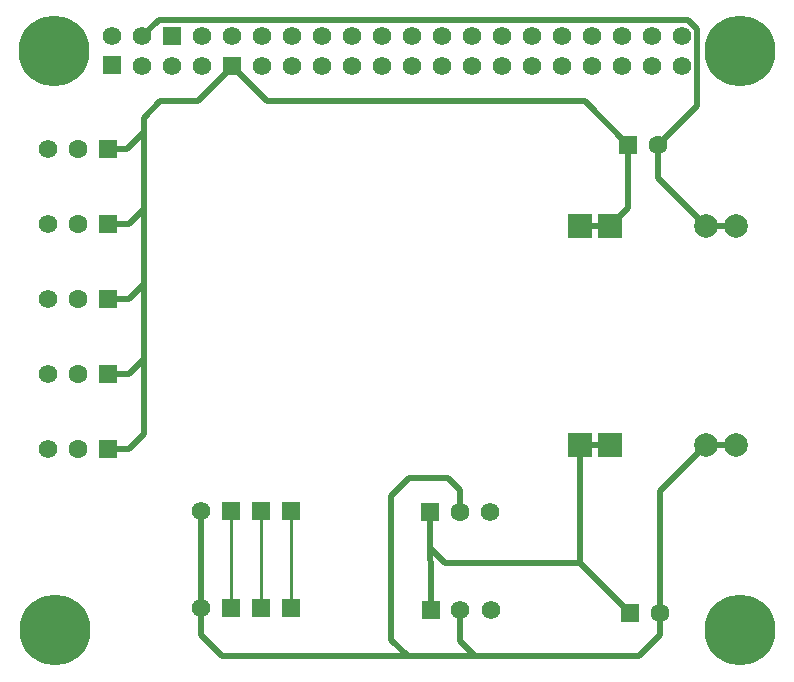
<source format=gbl>
G04 Layer: BottomLayer*
G04 EasyEDA v6.5.22, 2023-03-23 09:10:29*
G04 401f546e4c444c1f8d25b27506820300,e6e562115a5a45ecb989dda305b66076,10*
G04 Gerber Generator version 0.2*
G04 Scale: 100 percent, Rotated: No, Reflected: No *
G04 Dimensions in millimeters *
G04 leading zeros omitted , absolute positions ,4 integer and 5 decimal *
%FSLAX45Y45*%
%MOMM*%

%ADD10C,0.2500*%
%ADD11C,0.5000*%
%ADD12C,2.0000*%
%ADD13R,2.0000X2.0000*%
%ADD14C,1.6000*%
%ADD15C,6.0000*%
%ADD16C,1.5748*%
%ADD17R,1.5748X1.5748*%
%ADD18R,1.5750X1.5750*%
%ADD19C,1.5750*%
%ADD20R,1.6000X1.6000*%

%LPD*%
D10*
X15052675Y-11455400D02*
G01*
X15052675Y-12280900D01*
X14798675Y-11455400D02*
G01*
X14798675Y-12280900D01*
X15306675Y-11455400D02*
G01*
X15306675Y-12280900D01*
D11*
X18173700Y-12319000D02*
G01*
X17754998Y-11900298D01*
X17754998Y-10896498D01*
X17754998Y-10896498D02*
G01*
X18008998Y-10896498D01*
X14807691Y-7693660D02*
G01*
X15100300Y-7988300D01*
X17792700Y-7988300D01*
X18161000Y-8356600D01*
X17755108Y-11900408D02*
G01*
X16611600Y-11899137D01*
X16490950Y-11778487D01*
X16484600Y-11468100D02*
G01*
X16490950Y-12293600D01*
X18821011Y-10896498D02*
G01*
X19075011Y-10896498D01*
X18427700Y-12319000D02*
G01*
X18427700Y-12509500D01*
X18249900Y-12687300D01*
X16294100Y-12687300D01*
X16154400Y-12547600D01*
X16154400Y-11328400D01*
X16306800Y-11176000D01*
X16637000Y-11176000D01*
X16738600Y-11277600D01*
X16738600Y-11468100D01*
X16738600Y-12293600D02*
G01*
X16738600Y-12560808D01*
X16865091Y-12687300D01*
X18427700Y-12319000D02*
G01*
X18427700Y-11289809D01*
X18821011Y-10896498D01*
D10*
X14544675Y-11455400D02*
G01*
X14541500Y-11458575D01*
D11*
X13754100Y-10299700D02*
G01*
X13931900Y-10298937D01*
X14058900Y-10171937D01*
X13754100Y-9664700D02*
G01*
X13932154Y-9664700D01*
X14058900Y-9537954D01*
X13754100Y-9029700D02*
G01*
X13931900Y-9029445D01*
X14058900Y-8902445D01*
X13754100Y-8394700D02*
G01*
X13919200Y-8393937D01*
X14058900Y-8254237D01*
X14807727Y-7693700D02*
G01*
X14807727Y-7696672D01*
X14516100Y-7988300D01*
X14198600Y-7988300D01*
X14058900Y-8128000D01*
X14058900Y-10807700D01*
X13931900Y-10934700D01*
X13754100Y-10934700D01*
X14045691Y-7440929D02*
G01*
X14185900Y-7302500D01*
X14185900Y-7302500D02*
G01*
X18669000Y-7302500D01*
X18745200Y-7378700D01*
X18745200Y-8026400D01*
X18415000Y-8356600D01*
X18821011Y-9042501D02*
G01*
X19075011Y-9042501D01*
X17754998Y-9042501D02*
G01*
X18008998Y-9042501D01*
X18008998Y-9042501D02*
G01*
X18161000Y-8890500D01*
X18161000Y-8356600D01*
X18415000Y-8356600D02*
G01*
X18415000Y-8636490D01*
X18821011Y-9042501D01*
X14541500Y-12280900D02*
G01*
X14544802Y-11455400D01*
X16294100Y-12687300D02*
G01*
X14719300Y-12687300D01*
X14541500Y-12509500D01*
X14541500Y-12280900D01*
D12*
G01*
X19075018Y-9042501D03*
G01*
X19075018Y-10896498D03*
G01*
X18821018Y-10896498D03*
D13*
G01*
X17755006Y-10896498D03*
G01*
X18009006Y-10896498D03*
G01*
X18009006Y-9042501D03*
G01*
X17755006Y-9042501D03*
D12*
G01*
X18821018Y-9042501D03*
D14*
G01*
X18415000Y-8356600D03*
D15*
G01*
X19106134Y-7564373D03*
G01*
X13303859Y-7565694D03*
G01*
X13305790Y-12467767D03*
G01*
X19106438Y-12469037D03*
D16*
G01*
X13791742Y-7441031D03*
D17*
G01*
X13791742Y-7683550D03*
D16*
G01*
X14045742Y-7441031D03*
G01*
X14045717Y-7693710D03*
D17*
G01*
X14299742Y-7441031D03*
D16*
G01*
X14299717Y-7693710D03*
G01*
X14553742Y-7441031D03*
G01*
X14807742Y-7441031D03*
D17*
G01*
X14807717Y-7693710D03*
D16*
G01*
X14553717Y-7693710D03*
G01*
X15061717Y-7441031D03*
G01*
X15315717Y-7441031D03*
G01*
X15316200Y-7693710D03*
G01*
X15062200Y-7693710D03*
G01*
X15569742Y-7441031D03*
G01*
X15823742Y-7441031D03*
G01*
X15823717Y-7693710D03*
G01*
X15569717Y-7693710D03*
G01*
X16077742Y-7441031D03*
G01*
X16331742Y-7441031D03*
G01*
X16331260Y-7693710D03*
G01*
X16077260Y-7693710D03*
G01*
X16585717Y-7441031D03*
G01*
X16839717Y-7441031D03*
G01*
X16840200Y-7693710D03*
G01*
X16586200Y-7693710D03*
G01*
X17093717Y-7441031D03*
G01*
X17347717Y-7441031D03*
G01*
X17348200Y-7693710D03*
G01*
X17094200Y-7693710D03*
G01*
X17601717Y-7441031D03*
G01*
X17855717Y-7441031D03*
G01*
X17855717Y-7693710D03*
G01*
X17601717Y-7693710D03*
G01*
X18109742Y-7441031D03*
G01*
X18363742Y-7441031D03*
G01*
X18363717Y-7693710D03*
G01*
X18109717Y-7693710D03*
G01*
X18617742Y-7441031D03*
G01*
X18617717Y-7693710D03*
D18*
G01*
X18161000Y-8356600D03*
D19*
G01*
X14544675Y-11455400D03*
D20*
G01*
X14798675Y-11455400D03*
G01*
X15052675Y-11455400D03*
G01*
X15052675Y-12280900D03*
G01*
X14798675Y-12280900D03*
D19*
G01*
X14541500Y-12280900D03*
D20*
G01*
X15306675Y-12280900D03*
D19*
G01*
X13246100Y-8394700D03*
D14*
G01*
X13500100Y-8394700D03*
D20*
G01*
X13754100Y-8394700D03*
G01*
X13754100Y-9029700D03*
D14*
G01*
X13500100Y-9029700D03*
D19*
G01*
X13246100Y-9029700D03*
D20*
G01*
X13754100Y-9664700D03*
D14*
G01*
X13500100Y-9664700D03*
D19*
G01*
X13246100Y-9664700D03*
D20*
G01*
X13754100Y-10299700D03*
D14*
G01*
X13500100Y-10299700D03*
D19*
G01*
X13246100Y-10299700D03*
D18*
G01*
X18173700Y-12319000D03*
D14*
G01*
X18427700Y-12319000D03*
D19*
G01*
X13246100Y-10934700D03*
D14*
G01*
X13500100Y-10934700D03*
D20*
G01*
X13754100Y-10934700D03*
D19*
G01*
X16992600Y-11468100D03*
D14*
G01*
X16738600Y-11468100D03*
D20*
G01*
X16484600Y-11468100D03*
D19*
G01*
X16998950Y-12293600D03*
D20*
G01*
X16490950Y-12293600D03*
G01*
X15306675Y-11455400D03*
D19*
G01*
X16738600Y-12293600D03*
M02*

</source>
